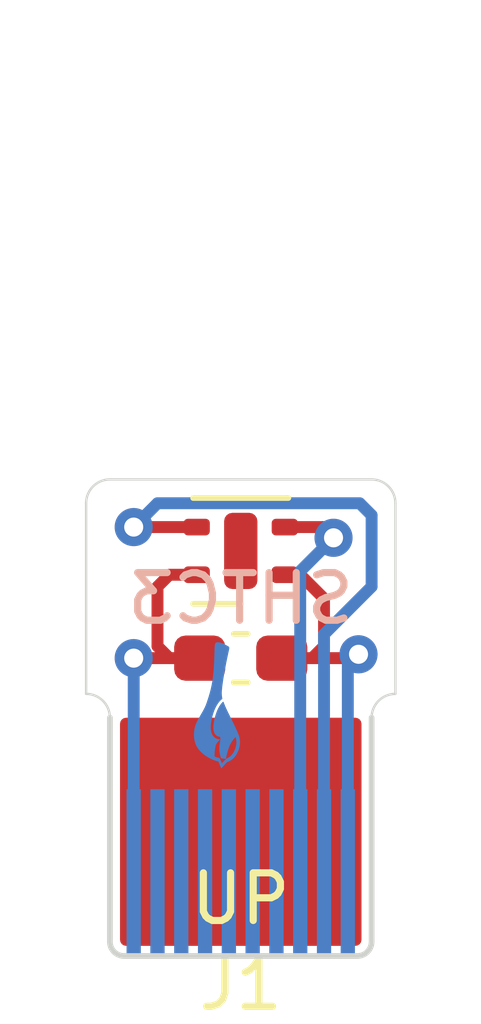
<source format=kicad_pcb>
(kicad_pcb (version 20171130) (host pcbnew 5.1.9)

  (general
    (thickness 1.6)
    (drawings 8)
    (tracks 33)
    (zones 0)
    (modules 4)
    (nets 12)
  )

  (page A4)
  (layers
    (0 F.Cu signal)
    (31 B.Cu signal)
    (32 B.Adhes user)
    (33 F.Adhes user)
    (34 B.Paste user)
    (35 F.Paste user)
    (36 B.SilkS user)
    (37 F.SilkS user)
    (38 B.Mask user)
    (39 F.Mask user)
    (40 Dwgs.User user)
    (41 Cmts.User user)
    (42 Eco1.User user)
    (43 Eco2.User user)
    (44 Edge.Cuts user)
    (45 Margin user)
    (46 B.CrtYd user)
    (47 F.CrtYd user)
    (48 B.Fab user)
    (49 F.Fab user)
  )

  (setup
    (last_trace_width 0.25)
    (trace_clearance 0.2)
    (zone_clearance 0.1524)
    (zone_45_only no)
    (trace_min 0.2)
    (via_size 0.8)
    (via_drill 0.4)
    (via_min_size 0.4)
    (via_min_drill 0.3)
    (uvia_size 0.3)
    (uvia_drill 0.1)
    (uvias_allowed no)
    (uvia_min_size 0.2)
    (uvia_min_drill 0.1)
    (edge_width 0.05)
    (segment_width 0.2)
    (pcb_text_width 0.3)
    (pcb_text_size 1.5 1.5)
    (mod_edge_width 0.12)
    (mod_text_size 1 1)
    (mod_text_width 0.15)
    (pad_size 1.524 1.524)
    (pad_drill 0.762)
    (pad_to_mask_clearance 0)
    (aux_axis_origin 0 0)
    (visible_elements FFFFFF7F)
    (pcbplotparams
      (layerselection 0x010fc_ffffffff)
      (usegerberextensions false)
      (usegerberattributes true)
      (usegerberadvancedattributes true)
      (creategerberjobfile true)
      (excludeedgelayer true)
      (linewidth 0.100000)
      (plotframeref false)
      (viasonmask false)
      (mode 1)
      (useauxorigin false)
      (hpglpennumber 1)
      (hpglpenspeed 20)
      (hpglpendiameter 15.000000)
      (psnegative false)
      (psa4output false)
      (plotreference true)
      (plotvalue true)
      (plotinvisibletext false)
      (padsonsilk false)
      (subtractmaskfromsilk false)
      (outputformat 1)
      (mirror false)
      (drillshape 1)
      (scaleselection 1)
      (outputdirectory ""))
  )

  (net 0 "")
  (net 1 /SDA)
  (net 2 /SCL)
  (net 3 "Net-(J1-Pad7)")
  (net 4 "Net-(J1-Pad6)")
  (net 5 "Net-(J1-Pad5)")
  (net 6 "Net-(J1-Pad4)")
  (net 7 "Net-(J1-Pad3)")
  (net 8 "Net-(J1-Pad2)")
  (net 9 GND)
  (net 10 +3V3)
  (net 11 "Net-(U1-Pad5)")

  (net_class Default "This is the default net class."
    (clearance 0.2)
    (trace_width 0.25)
    (via_dia 0.8)
    (via_drill 0.4)
    (uvia_dia 0.3)
    (uvia_drill 0.1)
    (add_net +3V3)
    (add_net /SCL)
    (add_net /SDA)
    (add_net GND)
    (add_net "Net-(J1-Pad2)")
    (add_net "Net-(J1-Pad3)")
    (add_net "Net-(J1-Pad4)")
    (add_net "Net-(J1-Pad5)")
    (add_net "Net-(J1-Pad6)")
    (add_net "Net-(J1-Pad7)")
    (add_net "Net-(U1-Pad5)")
  )

  (module chickadee:chickadee_1mm_fcu (layer B.Cu) (tedit 0) (tstamp 602A0B69)
    (at 128.75 119 90)
    (fp_text reference G*** (at 0 0 90) (layer B.SilkS) hide
      (effects (font (size 1.524 1.524) (thickness 0.3)) (justify mirror))
    )
    (fp_text value LOGO (at 0.75 0 90) (layer B.SilkS) hide
      (effects (font (size 1.524 1.524) (thickness 0.3)) (justify mirror))
    )
    (fp_poly (pts (xy -0.751055 0.478262) (xy -0.740197 0.47809) (xy -0.730723 0.47773) (xy -0.722118 0.477141)
      (xy -0.713865 0.47628) (xy -0.70545 0.475105) (xy -0.696354 0.473575) (xy -0.688824 0.472178)
      (xy -0.668645 0.467802) (xy -0.647697 0.462293) (xy -0.626971 0.455938) (xy -0.607454 0.449022)
      (xy -0.603553 0.447505) (xy -0.588749 0.44161) (xy -0.57422 0.435735) (xy -0.559834 0.429816)
      (xy -0.545459 0.423793) (xy -0.53096 0.417604) (xy -0.516205 0.411186) (xy -0.501061 0.404479)
      (xy -0.485395 0.397419) (xy -0.469075 0.389946) (xy -0.451967 0.381996) (xy -0.433938 0.37351)
      (xy -0.414856 0.364424) (xy -0.394588 0.354676) (xy -0.373001 0.344206) (xy -0.349961 0.33295)
      (xy -0.325337 0.320848) (xy -0.298994 0.307837) (xy -0.270801 0.293855) (xy -0.240623 0.278841)
      (xy -0.232834 0.274959) (xy -0.20683 0.262019) (xy -0.1828 0.250113) (xy -0.160573 0.239163)
      (xy -0.139975 0.229088) (xy -0.120835 0.219809) (xy -0.102979 0.211246) (xy -0.086235 0.20332)
      (xy -0.07043 0.195951) (xy -0.055393 0.189059) (xy -0.040951 0.182566) (xy -0.02693 0.17639)
      (xy -0.013159 0.170453) (xy 0.000534 0.164675) (xy 0.014324 0.158976) (xy 0.02838 0.153277)
      (xy 0.042878 0.147498) (xy 0.045892 0.146307) (xy 0.05462 0.14283) (xy 0.062601 0.139584)
      (xy 0.06956 0.136687) (xy 0.075225 0.134254) (xy 0.079322 0.132403) (xy 0.081579 0.131249)
      (xy 0.081934 0.130963) (xy 0.081281 0.129584) (xy 0.07909 0.126875) (xy 0.075635 0.123103)
      (xy 0.071192 0.118538) (xy 0.066037 0.113451) (xy 0.060445 0.108109) (xy 0.05469 0.102784)
      (xy 0.049048 0.097743) (xy 0.043794 0.093257) (xy 0.041602 0.091469) (xy 0.016105 0.072406)
      (xy -0.011573 0.054311) (xy -0.041388 0.037201) (xy -0.073297 0.021095) (xy -0.107257 0.006011)
      (xy -0.143223 -0.008033) (xy -0.181152 -0.02102) (xy -0.221001 -0.032931) (xy -0.262726 -0.043748)
      (xy -0.306283 -0.053453) (xy -0.313267 -0.054872) (xy -0.343166 -0.060463) (xy -0.371156 -0.064855)
      (xy -0.397423 -0.068061) (xy -0.422151 -0.070093) (xy -0.445525 -0.070965) (xy -0.467729 -0.070691)
      (xy -0.488949 -0.069283) (xy -0.498813 -0.068212) (xy -0.521261 -0.064581) (xy -0.541954 -0.059417)
      (xy -0.560863 -0.052737) (xy -0.577961 -0.044558) (xy -0.593218 -0.034896) (xy -0.606606 -0.023767)
      (xy -0.618098 -0.011189) (xy -0.627664 0.002822) (xy -0.63124 0.009407) (xy -0.635566 0.018965)
      (xy -0.639065 0.029004) (xy -0.641871 0.040027) (xy -0.644115 0.052536) (xy -0.645611 0.064095)
      (xy -0.646492 0.071948) (xy -0.670077 0.074004) (xy -0.677448 0.074643) (xy -0.684042 0.075209)
      (xy -0.689461 0.075667) (xy -0.693306 0.075984) (xy -0.695181 0.076127) (xy -0.695245 0.07613)
      (xy -0.696266 0.076844) (xy -0.696114 0.077357) (xy -0.696736 0.077875) (xy -0.699043 0.078007)
      (xy -0.70234 0.077811) (xy -0.705932 0.077344) (xy -0.709125 0.076664) (xy -0.710595 0.076163)
      (xy -0.712484 0.075643) (xy -0.71636 0.074799) (xy -0.721828 0.073712) (xy -0.728489 0.072458)
      (xy -0.735947 0.071116) (xy -0.73781 0.07079) (xy -0.765748 0.066159) (xy -0.79229 0.06226)
      (xy -0.818309 0.058976) (xy -0.844674 0.056191) (xy -0.852715 0.055442) (xy -0.860405 0.054896)
      (xy -0.869732 0.054473) (xy -0.880234 0.054174) (xy -0.891446 0.053999) (xy -0.902904 0.053948)
      (xy -0.914147 0.054021) (xy -0.92471 0.054219) (xy -0.93413 0.054542) (xy -0.941943 0.054989)
      (xy -0.946453 0.055405) (xy -0.971422 0.058715) (xy -0.995716 0.062791) (xy -1.019977 0.067766)
      (xy -1.044848 0.073775) (xy -1.070973 0.080952) (xy -1.076278 0.082502) (xy -1.084026 0.08483)
      (xy -1.089736 0.086663) (xy -1.093707 0.088122) (xy -1.096243 0.089327) (xy -1.097643 0.090398)
      (xy -1.098139 0.091211) (xy -1.098467 0.092964) (xy -1.099006 0.096836) (xy -1.099722 0.10254)
      (xy -1.10058 0.109789) (xy -1.101547 0.118296) (xy -1.102589 0.127772) (xy -1.103648 0.137709)
      (xy -1.10488 0.149597) (xy -1.105842 0.159286) (xy -1.10655 0.166979) (xy -1.107016 0.172878)
      (xy -1.107256 0.177189) (xy -1.107282 0.180112) (xy -1.107109 0.181853) (xy -1.10675 0.182614)
      (xy -1.106718 0.182636) (xy -1.104591 0.183421) (xy -1.101215 0.184189) (xy -1.100198 0.18436)
      (xy -1.096342 0.185056) (xy -1.090496 0.186241) (xy -1.08302 0.187834) (xy -1.074275 0.189753)
      (xy -1.06462 0.191915) (xy -1.054418 0.194239) (xy -1.044027 0.196642) (xy -1.033809 0.199043)
      (xy -1.024123 0.20136) (xy -1.015331 0.203511) (xy -1.008743 0.205168) (xy -0.973556 0.214549)
      (xy -0.940645 0.224093) (xy -0.90987 0.233848) (xy -0.881091 0.24386) (xy -0.854167 0.254177)
      (xy -0.828959 0.264846) (xy -0.824895 0.26667) (xy -0.800664 0.278482) (xy -0.775989 0.292107)
      (xy -0.751459 0.307169) (xy -0.727664 0.323292) (xy -0.705192 0.340102) (xy -0.690034 0.352531)
      (xy -0.683978 0.357798) (xy -0.677692 0.363425) (xy -0.671423 0.369174) (xy -0.665415 0.374808)
      (xy -0.659915 0.380091) (xy -0.655168 0.384786) (xy -0.65142 0.388655) (xy -0.648916 0.391462)
      (xy -0.647903 0.392969) (xy -0.647925 0.393131) (xy -0.649695 0.394005) (xy -0.653455 0.395334)
      (xy -0.65884 0.397014) (xy -0.665488 0.398936) (xy -0.673035 0.400993) (xy -0.681118 0.403078)
      (xy -0.684591 0.403938) (xy -0.708558 0.408878) (xy -0.732627 0.411967) (xy -0.757032 0.4132)
      (xy -0.782007 0.41257) (xy -0.807787 0.410072) (xy -0.834605 0.405698) (xy -0.862698 0.399443)
      (xy -0.863366 0.399276) (xy -0.891925 0.391136) (xy -0.919308 0.38139) (xy -0.945414 0.370115)
      (xy -0.970139 0.35739) (xy -0.993384 0.343295) (xy -1.015047 0.327907) (xy -1.035025 0.311306)
      (xy -1.053219 0.293571) (xy -1.069526 0.27478) (xy -1.083845 0.255012) (xy -1.096074 0.234346)
      (xy -1.106113 0.21286) (xy -1.107314 0.209852) (xy -1.111098 0.200176) (xy -1.161823 0.151899)
      (xy -1.171085 0.143077) (xy -1.17981 0.134752) (xy -1.187845 0.127072) (xy -1.195032 0.120187)
      (xy -1.201217 0.114246) (xy -1.206244 0.109399) (xy -1.209958 0.105796) (xy -1.212202 0.103584)
      (xy -1.212838 0.102913) (xy -1.211825 0.102298) (xy -1.208807 0.1008) (xy -1.203992 0.098515)
      (xy -1.197588 0.095538) (xy -1.189803 0.091966) (xy -1.180843 0.087894) (xy -1.170918 0.083418)
      (xy -1.160235 0.078633) (xy -1.15768 0.077494) (xy -1.102232 0.052782) (xy -1.096459 0.032136)
      (xy -1.09368 0.02255) (xy -1.090305 0.011471) (xy -1.086544 -0.000459) (xy -1.082605 -0.012597)
      (xy -1.078695 -0.024301) (xy -1.075024 -0.034927) (xy -1.071939 -0.043459) (xy -1.070071 -0.048152)
      (xy -1.068522 -0.051057) (xy -1.066925 -0.052708) (xy -1.064973 -0.05362) (xy -1.062469 -0.05402)
      (xy -1.057902 -0.054341) (xy -1.051625 -0.054586) (xy -1.043993 -0.054753) (xy -1.03536 -0.054845)
      (xy -1.026079 -0.054862) (xy -1.016506 -0.054804) (xy -1.006993 -0.054672) (xy -0.997896 -0.054468)
      (xy -0.989567 -0.054192) (xy -0.982362 -0.053844) (xy -0.976691 -0.053431) (xy -0.920825 -0.047387)
      (xy -0.886581 -0.042801) (xy -0.871934 -0.040594) (xy -0.859311 -0.038434) (xy -0.84832 -0.036214)
      (xy -0.838572 -0.033826) (xy -0.829675 -0.031165) (xy -0.821239 -0.028123) (xy -0.812873 -0.024592)
      (xy -0.804186 -0.020466) (xy -0.803124 -0.019936) (xy -0.783962 -0.009126) (xy -0.765171 0.003847)
      (xy -0.747066 0.018724) (xy -0.729964 0.035249) (xy -0.716319 0.05056) (xy -0.709991 0.058183)
      (xy -0.709991 0.054007) (xy -0.709644 0.048906) (xy -0.708688 0.0421) (xy -0.707244 0.034188)
      (xy -0.705437 0.025769) (xy -0.703389 0.017443) (xy -0.701225 0.00981) (xy -0.700298 0.006914)
      (xy -0.692278 -0.013452) (xy -0.682339 -0.032358) (xy -0.670511 -0.049779) (xy -0.656825 -0.065687)
      (xy -0.64131 -0.080055) (xy -0.623997 -0.092858) (xy -0.604916 -0.104068) (xy -0.584098 -0.113659)
      (xy -0.561572 -0.121604) (xy -0.551543 -0.124461) (xy -0.53363 -0.128669) (xy -0.515193 -0.13186)
      (xy -0.495797 -0.134083) (xy -0.475006 -0.135387) (xy -0.452386 -0.135823) (xy -0.451757 -0.135823)
      (xy -0.434211 -0.135614) (xy -0.417169 -0.134964) (xy -0.400234 -0.133829) (xy -0.383009 -0.132163)
      (xy -0.365099 -0.129922) (xy -0.346105 -0.127063) (xy -0.325633 -0.12354) (xy -0.303284 -0.119309)
      (xy -0.301776 -0.119012) (xy -0.259453 -0.109967) (xy -0.218482 -0.099807) (xy -0.178944 -0.088571)
      (xy -0.140924 -0.076295) (xy -0.104503 -0.063018) (xy -0.069763 -0.048776) (xy -0.036788 -0.033608)
      (xy -0.00566 -0.01755) (xy 0.023538 -0.000641) (xy 0.050725 0.017083) (xy 0.075816 0.035584)
      (xy 0.098731 0.054824) (xy 0.114905 0.070184) (xy 0.120437 0.075893) (xy 0.126094 0.081986)
      (xy 0.131319 0.087845) (xy 0.135552 0.092853) (xy 0.136676 0.094266) (xy 0.140136 0.098703)
      (xy 0.143204 0.102623) (xy 0.145471 0.105506) (xy 0.146352 0.106613) (xy 0.147293 0.107626)
      (xy 0.148435 0.108157) (xy 0.150288 0.108205) (xy 0.153363 0.107765) (xy 0.158172 0.106836)
      (xy 0.159657 0.106536) (xy 0.195236 0.100557) (xy 0.231034 0.096975) (xy 0.267112 0.095784)
      (xy 0.303528 0.096983) (xy 0.309033 0.097369) (xy 0.33794 0.099793) (xy 0.369079 0.10289)
      (xy 0.402365 0.106645) (xy 0.43771 0.111044) (xy 0.475028 0.116071) (xy 0.514232 0.121712)
      (xy 0.555236 0.127952) (xy 0.597954 0.134775) (xy 0.642299 0.142167) (xy 0.688184 0.150112)
      (xy 0.735522 0.158596) (xy 0.784229 0.167604) (xy 0.834216 0.177121) (xy 0.885397 0.187132)
      (xy 0.937686 0.197621) (xy 0.990997 0.208574) (xy 1.045242 0.219976) (xy 1.100336 0.231812)
      (xy 1.152676 0.243289) (xy 1.167931 0.246667) (xy 1.181034 0.249509) (xy 1.192203 0.251767)
      (xy 1.201653 0.253396) (xy 1.209604 0.25435) (xy 1.21627 0.254583) (xy 1.22187 0.254048)
      (xy 1.22662 0.252699) (xy 1.230737 0.25049) (xy 1.234439 0.247376) (xy 1.237943 0.243309)
      (xy 1.241464 0.238245) (xy 1.245221 0.232136) (xy 1.249431 0.224936) (xy 1.250898 0.222413)
      (xy 1.263676 0.199861) (xy 1.275653 0.17749) (xy 1.286693 0.155584) (xy 1.296661 0.134429)
      (xy 1.305422 0.114311) (xy 1.31284 0.095514) (xy 1.317593 0.081991) (xy 1.322894 0.064021)
      (xy 1.326568 0.047251) (xy 1.328625 0.03176) (xy 1.329075 0.017625) (xy 1.327926 0.004925)
      (xy 1.325189 -0.006261) (xy 1.320872 -0.015856) (xy 1.314984 -0.023781) (xy 1.307537 -0.029958)
      (xy 1.303928 -0.032021) (xy 1.300454 -0.033653) (xy 1.296665 -0.035151) (xy 1.292439 -0.036525)
      (xy 1.287653 -0.037786) (xy 1.282186 -0.038942) (xy 1.275913 -0.040003) (xy 1.268713 -0.04098)
      (xy 1.260463 -0.04188) (xy 1.251042 -0.042715) (xy 1.240325 -0.043494) (xy 1.228191 -0.044227)
      (xy 1.214517 -0.044922) (xy 1.199181 -0.04559) (xy 1.18206 -0.046241) (xy 1.163032 -0.046884)
      (xy 1.141974 -0.047529) (xy 1.118764 -0.048185) (xy 1.093279 -0.048862) (xy 1.088571 -0.048983)
      (xy 1.046716 -0.050128) (xy 1.007089 -0.051355) (xy 0.969499 -0.052676) (xy 0.933756 -0.054101)
      (xy 0.89967 -0.05564) (xy 0.867049 -0.057304) (xy 0.835705 -0.059104) (xy 0.805446 -0.06105)
      (xy 0.776082 -0.063153) (xy 0.747423 -0.065423) (xy 0.719279 -0.06787) (xy 0.691458 -0.070505)
      (xy 0.682171 -0.071433) (xy 0.638046 -0.076175) (xy 0.595372 -0.081351) (xy 0.553893 -0.087019)
      (xy 0.513353 -0.093237) (xy 0.473495 -0.100063) (xy 0.434062 -0.107556) (xy 0.394799 -0.115773)
      (xy 0.355447 -0.124772) (xy 0.315751 -0.134612) (xy 0.275454 -0.145351) (xy 0.234299 -0.157047)
      (xy 0.192031 -0.169758) (xy 0.148391 -0.183541) (xy 0.103124 -0.198456) (xy 0.067128 -0.210703)
      (xy 0.050033 -0.216706) (xy 0.033737 -0.22268) (xy 0.018009 -0.228737) (xy 0.00262 -0.234985)
      (xy -0.012659 -0.241535) (xy -0.028057 -0.248495) (xy -0.043805 -0.255977) (xy -0.060132 -0.26409)
      (xy -0.077267 -0.272943) (xy -0.09544 -0.282647) (xy -0.114881 -0.293311) (xy -0.135818 -0.305046)
      (xy -0.158481 -0.31796) (xy -0.165705 -0.322112) (xy -0.185804 -0.333676) (xy -0.203965 -0.344109)
      (xy -0.220343 -0.353494) (xy -0.23509 -0.361917) (xy -0.248361 -0.369461) (xy -0.260307 -0.376212)
      (xy -0.271084 -0.382255) (xy -0.280845 -0.387673) (xy -0.289742 -0.392552) (xy -0.29793 -0.396976)
      (xy -0.305562 -0.40103) (xy -0.312792 -0.404799) (xy -0.319772 -0.408367) (xy -0.326657 -0.411818)
      (xy -0.333599 -0.415239) (xy -0.340753 -0.418712) (xy -0.341381 -0.419015) (xy -0.364503 -0.429794)
      (xy -0.386315 -0.439138) (xy -0.407286 -0.447182) (xy -0.427889 -0.454061) (xy -0.448591 -0.459909)
      (xy -0.469865 -0.464861) (xy -0.492181 -0.46905) (xy -0.516008 -0.472613) (xy -0.538238 -0.475296)
      (xy -0.552291 -0.476585) (xy -0.568044 -0.4776) (xy -0.584792 -0.478321) (xy -0.60183 -0.478731)
      (xy -0.618453 -0.478811) (xy -0.633956 -0.478541) (xy -0.644072 -0.478117) (xy -0.671345 -0.475839)
      (xy -0.69893 -0.472026) (xy -0.726419 -0.46678) (xy -0.753406 -0.460204) (xy -0.779482 -0.4524)
      (xy -0.804241 -0.44347) (xy -0.827275 -0.433518) (xy -0.833483 -0.4305) (xy -0.861248 -0.415327)
      (xy -0.88841 -0.397854) (xy -0.914921 -0.378135) (xy -0.940733 -0.356223) (xy -0.965799 -0.332172)
      (xy -0.990071 -0.306038) (xy -1.0135 -0.277873) (xy -1.036038 -0.247732) (xy -1.057639 -0.215669)
      (xy -1.078253 -0.181738) (xy -1.097833 -0.145993) (xy -1.113293 -0.114926) (xy -1.11958 -0.101241)
      (xy -1.125622 -0.087059) (xy -1.131591 -0.071936) (xy -1.137662 -0.05543) (xy -1.144008 -0.037098)
      (xy -1.145498 -0.032657) (xy -1.148127 -0.024618) (xy -1.150906 -0.015845) (xy -1.153712 -0.006745)
      (xy -1.156426 0.002272) (xy -1.158926 0.010798) (xy -1.161091 0.018422) (xy -1.162802 0.024738)
      (xy -1.163936 0.029335) (xy -1.164214 0.030666) (xy -1.164957 0.03463) (xy -1.235111 0.062939)
      (xy -1.247447 0.067926) (xy -1.259106 0.072657) (xy -1.269898 0.077052) (xy -1.27963 0.081033)
      (xy -1.28811 0.084521) (xy -1.295147 0.087438) (xy -1.300548 0.089703) (xy -1.304123 0.091238)
      (xy -1.30568 0.091965) (xy -1.305731 0.092004) (xy -1.304928 0.092912) (xy -1.302459 0.095297)
      (xy -1.298465 0.09903) (xy -1.293088 0.103981) (xy -1.28647 0.11002) (xy -1.278753 0.117019)
      (xy -1.27008 0.124849) (xy -1.260592 0.133379) (xy -1.250432 0.142481) (xy -1.241731 0.150251)
      (xy -1.229382 0.161267) (xy -1.218715 0.170796) (xy -1.209601 0.17896) (xy -1.201915 0.185881)
      (xy -1.19553 0.191679) (xy -1.19032 0.196477) (xy -1.186157 0.200396) (xy -1.182916 0.203557)
      (xy -1.180469 0.206081) (xy -1.178691 0.20809) (xy -1.177454 0.209706) (xy -1.176632 0.21105)
      (xy -1.176099 0.212243) (xy -1.175728 0.213407) (xy -1.175665 0.213635) (xy -1.173467 0.220681)
      (xy -1.170347 0.229235) (xy -1.166551 0.238692) (xy -1.162329 0.248443) (xy -1.15793 0.257883)
      (xy -1.155669 0.262439) (xy -1.144544 0.282396) (xy -1.13178 0.301639) (xy -1.117143 0.320486)
      (xy -1.100401 0.339256) (xy -1.095894 0.343938) (xy -1.076863 0.362294) (xy -1.057224 0.378917)
      (xy -1.036565 0.394104) (xy -1.014474 0.408152) (xy -0.990538 0.421359) (xy -0.983343 0.424999)
      (xy -0.96001 0.435927) (xy -0.936691 0.44547) (xy -0.912965 0.453758) (xy -0.888409 0.460917)
      (xy -0.862604 0.467077) (xy -0.835128 0.472366) (xy -0.819196 0.474942) (xy -0.812395 0.475943)
      (xy -0.806454 0.47672) (xy -0.800894 0.477302) (xy -0.795236 0.477717) (xy -0.789003 0.477995)
      (xy -0.781715 0.478164) (xy -0.772895 0.478254) (xy -0.763815 0.478289) (xy -0.751055 0.478262)) (layer B.Cu) (width 0.01))
    (fp_poly (pts (xy -0.740218 0.506365) (xy -0.727246 0.505756) (xy -0.714938 0.504703) (xy -0.702716 0.50316)
      (xy -0.690001 0.501082) (xy -0.681416 0.499466) (xy -0.668742 0.496844) (xy -0.656651 0.494038)
      (xy -0.644785 0.490934) (xy -0.632786 0.487418) (xy -0.620294 0.483375) (xy -0.606953 0.478691)
      (xy -0.592402 0.473251) (xy -0.576284 0.466941) (xy -0.56409 0.462032) (xy -0.5479 0.455381)
      (xy -0.531464 0.448477) (xy -0.514643 0.441253) (xy -0.497298 0.433646) (xy -0.479292 0.42559)
      (xy -0.460485 0.417021) (xy -0.440738 0.407873) (xy -0.419914 0.398081) (xy -0.397874 0.38758)
      (xy -0.374478 0.376306) (xy -0.349589 0.364193) (xy -0.323068 0.351176) (xy -0.294776 0.337191)
      (xy -0.264575 0.322172) (xy -0.244771 0.312282) (xy -0.216755 0.298298) (xy -0.190721 0.285361)
      (xy -0.166506 0.273396) (xy -0.143949 0.262329) (xy -0.122888 0.252085) (xy -0.103161 0.242591)
      (xy -0.084605 0.233772) (xy -0.06706 0.225553) (xy -0.050362 0.21786) (xy -0.034351 0.210619)
      (xy -0.018864 0.203756) (xy -0.003738 0.197195) (xy 0.011187 0.190863) (xy 0.026074 0.184686)
      (xy 0.041084 0.178588) (xy 0.05638 0.172496) (xy 0.072124 0.166335) (xy 0.078014 0.164054)
      (xy 0.086239 0.16087) (xy 0.093878 0.157898) (xy 0.100592 0.15527) (xy 0.106042 0.153121)
      (xy 0.10989 0.151582) (xy 0.111739 0.150813) (xy 0.115226 0.14925) (xy 0.106187 0.138427)
      (xy 0.091936 0.122587) (xy 0.075546 0.106554) (xy 0.057264 0.090517) (xy 0.03734 0.074664)
      (xy 0.016022 0.059185) (xy -0.006442 0.044268) (xy -0.029801 0.030102) (xy -0.053808 0.016876)
      (xy -0.054429 0.016551) (xy -0.085769 0.001162) (xy -0.119063 -0.013354) (xy -0.153971 -0.026898)
      (xy -0.190155 -0.03937) (xy -0.227276 -0.050672) (xy -0.264996 -0.060705) (xy -0.302977 -0.069369)
      (xy -0.340879 -0.076567) (xy -0.378365 -0.082198) (xy -0.401562 -0.084891) (xy -0.408439 -0.085432)
      (xy -0.417079 -0.085856) (xy -0.427032 -0.086164) (xy -0.437848 -0.086356) (xy -0.449077 -0.086432)
      (xy -0.460268 -0.086392) (xy -0.470971 -0.086235) (xy -0.480737 -0.085962) (xy -0.489114 -0.085572)
      (xy -0.495654 -0.085066) (xy -0.497115 -0.084901) (xy -0.521178 -0.08105) (xy -0.543361 -0.075721)
      (xy -0.563654 -0.068916) (xy -0.582044 -0.06064) (xy -0.598522 -0.050896) (xy -0.604822 -0.046404)
      (xy -0.618758 -0.034555) (xy -0.630647 -0.021498) (xy -0.640609 -0.007068) (xy -0.648764 0.008901)
      (xy -0.652863 0.019352) (xy -0.656022 0.029007) (xy -0.658281 0.037785) (xy -0.659761 0.046453)
      (xy -0.660585 0.055776) (xy -0.660874 0.06652) (xy -0.660876 0.069704) (xy -0.660808 0.089212)
      (xy -0.668705 0.090022) (xy -0.676603 0.090831) (xy -0.685132 0.085027) (xy -0.693662 0.079224)
      (xy -0.694015 0.067733) (xy -0.693479 0.051628) (xy -0.691017 0.034785) (xy -0.686778 0.017706)
      (xy -0.680911 0.000896) (xy -0.673565 -0.015142) (xy -0.665172 -0.029481) (xy -0.652904 -0.045887)
      (xy -0.638847 -0.060669) (xy -0.623008 -0.073824) (xy -0.605394 -0.085348) (xy -0.586013 -0.095238)
      (xy -0.56487 -0.103489) (xy -0.541975 -0.110098) (xy -0.517333 -0.115063) (xy -0.490951 -0.118378)
      (xy -0.487918 -0.118644) (xy -0.478325 -0.11922) (xy -0.466867 -0.119531) (xy -0.454084 -0.11959)
      (xy -0.440513 -0.11941) (xy -0.426694 -0.119005) (xy -0.413164 -0.118386) (xy -0.400463 -0.117567)
      (xy -0.389129 -0.116562) (xy -0.385652 -0.116176) (xy -0.347121 -0.110836) (xy -0.30805 -0.103876)
      (xy -0.268821 -0.095403) (xy -0.229814 -0.085524) (xy -0.191411 -0.074345) (xy -0.153991 -0.061972)
      (xy -0.117937 -0.048512) (xy -0.083629 -0.03407) (xy -0.071241 -0.0284) (xy -0.041296 -0.013587)
      (xy -0.012555 0.002198) (xy 0.014822 0.018839) (xy 0.040677 0.03622) (xy 0.064854 0.054226)
      (xy 0.087192 0.072741) (xy 0.107535 0.091649) (xy 0.125724 0.110834) (xy 0.136583 0.123731)
      (xy 0.141664 0.129921) (xy 0.14549 0.134197) (xy 0.148154 0.136652) (xy 0.149746 0.13738)
      (xy 0.149865 0.137358) (xy 0.154862 0.13611) (xy 0.161873 0.134695) (xy 0.170501 0.13317)
      (xy 0.180352 0.131591) (xy 0.191031 0.130016) (xy 0.202141 0.128502) (xy 0.213288 0.127106)
      (xy 0.224076 0.125885) (xy 0.23411 0.124896) (xy 0.238881 0.124494) (xy 0.249255 0.123899)
      (xy 0.260746 0.123665) (xy 0.273504 0.123803) (xy 0.287683 0.124321) (xy 0.303434 0.125229)
      (xy 0.320911 0.126536) (xy 0.340265 0.12825) (xy 0.36165 0.130382) (xy 0.385216 0.132941)
      (xy 0.39249 0.133765) (xy 0.426067 0.137815) (xy 0.461866 0.142542) (xy 0.499791 0.147928)
      (xy 0.539748 0.153956) (xy 0.581641 0.160608) (xy 0.625375 0.167868) (xy 0.670854 0.175717)
      (xy 0.717983 0.184139) (xy 0.766666 0.193116) (xy 0.816809 0.20263) (xy 0.868316 0.212665)
      (xy 0.921091 0.223203) (xy 0.97504 0.234227) (xy 1.030066 0.245718) (xy 1.086076 0.257661)
      (xy 1.142972 0.270037) (xy 1.152676 0.272172) (xy 1.163487 0.274537) (xy 1.173796 0.276759)
      (xy 1.183312 0.278778) (xy 1.191742 0.280533) (xy 1.198794 0.281963) (xy 1.204178 0.283009)
      (xy 1.207601 0.28361) (xy 1.208314 0.283708) (xy 1.217701 0.283679) (xy 1.227633 0.281761)
      (xy 1.237487 0.278181) (xy 1.246639 0.273167) (xy 1.254467 0.266949) (xy 1.254712 0.26671)
      (xy 1.2584 0.262472) (xy 1.262934 0.256257) (xy 1.268185 0.248303) (xy 1.274022 0.238847)
      (xy 1.280315 0.228126) (xy 1.286935 0.216377) (xy 1.293752 0.203836) (xy 1.300636 0.190741)
      (xy 1.307456 0.17733) (xy 1.314084 0.163838) (xy 1.32039 0.150504) (xy 1.326242 0.137563)
      (xy 1.329236 0.130667) (xy 1.338657 0.107031) (xy 1.346158 0.08477) (xy 1.351736 0.063898)
      (xy 1.355389 0.044425) (xy 1.357117 0.026362) (xy 1.356916 0.00972) (xy 1.354787 -0.005488)
      (xy 1.350961 -0.018636) (xy 1.347676 -0.025583) (xy 1.343025 -0.033096) (xy 1.337609 -0.040329)
      (xy 1.332025 -0.046437) (xy 1.329973 -0.048295) (xy 1.324697 -0.052378) (xy 1.318999 -0.055984)
      (xy 1.312693 -0.059149) (xy 1.305592 -0.061911) (xy 1.29751 -0.064308) (xy 1.28826 -0.066378)
      (xy 1.277656 -0.068158) (xy 1.265511 -0.069686) (xy 1.251638 -0.071001) (xy 1.235851 -0.072139)
      (xy 1.217964 -0.073138) (xy 1.204081 -0.073777) (xy 1.197302 -0.074044) (xy 1.188447 -0.074357)
      (xy 1.177857 -0.074707) (xy 1.165873 -0.075084) (xy 1.152838 -0.075475) (xy 1.139094 -0.075872)
      (xy 1.124981 -0.076264) (xy 1.110842 -0.07664) (xy 1.10369 -0.076824) (xy 1.067359 -0.077782)
      (xy 1.033242 -0.078764) (xy 1.001133 -0.079779) (xy 0.970826 -0.080837) (xy 0.942116 -0.081948)
      (xy 0.914798 -0.083123) (xy 0.888666 -0.084372) (xy 0.863515 -0.085705) (xy 0.839139 -0.087131)
      (xy 0.815333 -0.088661) (xy 0.791891 -0.090305) (xy 0.768608 -0.092073) (xy 0.745278 -0.093976)
      (xy 0.732971 -0.095029) (xy 0.680717 -0.099937) (xy 0.630485 -0.105429) (xy 0.581936 -0.111574)
      (xy 0.53473 -0.118444) (xy 0.488526 -0.126107) (xy 0.442986 -0.134635) (xy 0.397768 -0.144097)
      (xy 0.352533 -0.154564) (xy 0.306941 -0.166105) (xy 0.260651 -0.178791) (xy 0.213325 -0.192692)
      (xy 0.164622 -0.207878) (xy 0.127605 -0.219948) (xy 0.108181 -0.226428) (xy 0.090206 -0.232519)
      (xy 0.073482 -0.238313) (xy 0.057815 -0.243901) (xy 0.043007 -0.249374) (xy 0.028863 -0.254823)
      (xy 0.015187 -0.260341) (xy 0.001782 -0.266017) (xy -0.011546 -0.271944) (xy -0.024995 -0.278212)
      (xy -0.03876 -0.284913) (xy -0.053037 -0.292138) (xy -0.068022 -0.299979) (xy -0.083912 -0.308526)
      (xy -0.100902 -0.317871) (xy -0.119188 -0.328106) (xy -0.138967 -0.33932) (xy -0.160434 -0.351606)
      (xy -0.182638 -0.364394) (xy -0.199847 -0.374312) (xy -0.215197 -0.383126) (xy -0.228913 -0.390959)
      (xy -0.241219 -0.397936) (xy -0.252341 -0.404181) (xy -0.262504 -0.409818) (xy -0.271932 -0.41497)
      (xy -0.280851 -0.419762) (xy -0.289485 -0.424318) (xy -0.298059 -0.428761) (xy -0.306798 -0.433216)
      (xy -0.314476 -0.437081) (xy -0.336871 -0.448025) (xy -0.357712 -0.457612) (xy -0.377359 -0.465965)
      (xy -0.396171 -0.473207) (xy -0.414507 -0.479463) (xy -0.432725 -0.484858) (xy -0.451186 -0.489514)
      (xy -0.470246 -0.493555) (xy -0.486523 -0.496489) (xy -0.506846 -0.499706) (xy -0.525561 -0.502234)
      (xy -0.543361 -0.504129) (xy -0.56094 -0.505448) (xy -0.57899 -0.506246) (xy -0.598206 -0.506579)
      (xy -0.611415 -0.506574) (xy -0.620531 -0.506506) (xy -0.629117 -0.506417) (xy -0.636799 -0.506315)
      (xy -0.643201 -0.506203) (xy -0.647949 -0.506089) (xy -0.650667 -0.505977) (xy -0.650724 -0.505973)
      (xy -0.68194 -0.502882) (xy -0.712732 -0.498204) (xy -0.742805 -0.492014) (xy -0.771868 -0.484388)
      (xy -0.799627 -0.4754) (xy -0.825787 -0.465126) (xy -0.845557 -0.455937) (xy -0.874986 -0.439858)
      (xy -0.903658 -0.421501) (xy -0.931547 -0.400894) (xy -0.958627 -0.378065) (xy -0.984871 -0.353043)
      (xy -1.010253 -0.325855) (xy -1.034748 -0.29653) (xy -1.058329 -0.265096) (xy -1.08097 -0.23158)
      (xy -1.102645 -0.196012) (xy -1.123328 -0.158418) (xy -1.124812 -0.15557) (xy -1.1375 -0.129851)
      (xy -1.149333 -0.103196) (xy -1.160434 -0.075284) (xy -1.170927 -0.045797) (xy -1.180933 -0.014413)
      (xy -1.186591 0.004883) (xy -1.189185 0.013999) (xy -1.273438 0.047985) (xy -1.286973 0.053462)
      (xy -1.299836 0.0587) (xy -1.311852 0.063627) (xy -1.322848 0.068169) (xy -1.332651 0.072255)
      (xy -1.341087 0.07581) (xy -1.347981 0.078763) (xy -1.353162 0.081041) (xy -1.356455 0.082571)
      (xy -1.357686 0.08328) (xy -1.357691 0.083296) (xy -1.356808 0.084282) (xy -1.354247 0.086755)
      (xy -1.350138 0.090596) (xy -1.344613 0.095686) (xy -1.337802 0.101906) (xy -1.329837 0.109136)
      (xy -1.320848 0.117259) (xy -1.310966 0.126155) (xy -1.300322 0.135705) (xy -1.289047 0.145791)
      (xy -1.280281 0.153612) (xy -1.202872 0.222603) (xy -1.197942 0.236221) (xy -1.188227 0.260247)
      (xy -1.176828 0.283185) (xy -1.163605 0.305244) (xy -1.148419 0.326632) (xy -1.131131 0.347559)
      (xy -1.1116 0.368232) (xy -1.105981 0.373743) (xy -1.082901 0.394375) (xy -1.058013 0.413466)
      (xy -1.031406 0.430968) (xy -1.003171 0.446838) (xy -0.973399 0.46103) (xy -0.942181 0.473498)
      (xy -0.909608 0.484198) (xy -0.87577 0.493083) (xy -0.859972 0.496514) (xy -0.84475 0.499475)
      (xy -0.831131 0.501797) (xy -0.818407 0.503556) (xy -0.805872 0.504833) (xy -0.792818 0.505704)
      (xy -0.778538 0.50625) (xy -0.770467 0.506429) (xy -0.754432 0.506574) (xy -0.740218 0.506365)) (layer B.Mask) (width 0.01))
  )

  (module Sensor_Humidity:Sensirion_DFN-4-1EP_2x2mm_P1mm_EP0.7x1.6mm (layer F.Cu) (tedit 5DC7035C) (tstamp 602A09FB)
    (at 129.25 115.75 180)
    (descr "DFN, 4 Pin (https://www.sensirion.com/fileadmin/user_upload/customers/sensirion/Dokumente/0_Datasheets/Humidity/Sensirion_Humidity_Sensors_SHTC3_Datasheet.pdf)")
    (tags "Sensirion DFN NoLead")
    (path /6043AF67)
    (attr smd)
    (fp_text reference U1 (at 0 -1.95) (layer F.SilkS) hide
      (effects (font (size 1 1) (thickness 0.15)))
    )
    (fp_text value SHTC3 (at 0 1.95) (layer F.Fab)
      (effects (font (size 1 1) (thickness 0.15)))
    )
    (fp_text user %R (at 0 0) (layer F.Fab)
      (effects (font (size 0.5 0.5) (thickness 0.08)))
    )
    (fp_line (start 0 -1.11) (end 1 -1.11) (layer F.SilkS) (width 0.12))
    (fp_line (start -1 1.11) (end 1 1.11) (layer F.SilkS) (width 0.12))
    (fp_line (start -0.5 -1) (end 1 -1) (layer F.Fab) (width 0.1))
    (fp_line (start 1 -1) (end 1 1) (layer F.Fab) (width 0.1))
    (fp_line (start 1 1) (end -1 1) (layer F.Fab) (width 0.1))
    (fp_line (start -1 1) (end -1 -0.5) (layer F.Fab) (width 0.1))
    (fp_line (start -1 -0.5) (end -0.5 -1) (layer F.Fab) (width 0.1))
    (fp_line (start -1.45 -1.25) (end -1.45 1.25) (layer F.CrtYd) (width 0.05))
    (fp_line (start -1.45 1.25) (end 1.45 1.25) (layer F.CrtYd) (width 0.05))
    (fp_line (start 1.45 1.25) (end 1.45 -1.25) (layer F.CrtYd) (width 0.05))
    (fp_line (start 1.45 -1.25) (end -1.45 -1.25) (layer F.CrtYd) (width 0.05))
    (pad "" smd roundrect (at 0 0 180) (size 0.5 1.4) (layers F.Paste) (roundrect_rratio 0.25))
    (pad "" smd roundrect (at 1.025 -0.5) (size 0.55 0.35) (layers F.Paste) (roundrect_rratio 0.25))
    (pad "" smd roundrect (at 1.025 0.5) (size 0.55 0.35) (layers F.Paste) (roundrect_rratio 0.25))
    (pad "" smd roundrect (at -1.025 0.5 180) (size 0.55 0.35) (layers F.Paste) (roundrect_rratio 0.25))
    (pad "" smd roundrect (at -1.025 -0.5 180) (size 0.55 0.35) (layers F.Paste) (roundrect_rratio 0.25))
    (pad 5 smd roundrect (at 0 0 180) (size 0.7 1.6) (layers F.Cu F.Mask) (roundrect_rratio 0.25)
      (net 11 "Net-(U1-Pad5)"))
    (pad 4 smd roundrect (at 0.925 -0.5 180) (size 0.55 0.35) (layers F.Cu F.Mask) (roundrect_rratio 0.25)
      (net 9 GND))
    (pad 3 smd roundrect (at 0.925 0.5 180) (size 0.55 0.35) (layers F.Cu F.Mask) (roundrect_rratio 0.25)
      (net 1 /SDA))
    (pad 2 smd roundrect (at -0.925 0.5 180) (size 0.55 0.35) (layers F.Cu F.Mask) (roundrect_rratio 0.25)
      (net 2 /SCL))
    (pad 1 smd roundrect (at -0.925 -0.5 180) (size 0.55 0.35) (layers F.Cu F.Mask) (roundrect_rratio 0.25)
      (net 10 +3V3))
    (model ${KISYS3DMOD}/Sensor_Humidity.3dshapes/Sensirion_DFN-4-1EP_2x2mm_P1mm_EP0.7x1.6mm.wrl
      (at (xyz 0 0 0))
      (scale (xyz 1 1 1))
      (rotate (xyz 0 0 0))
    )
  )

  (module 10posFPC:10pins-flex (layer F.Cu) (tedit 6028A0C3) (tstamp 602A053A)
    (at 129.25 124.25)
    (path /60439FEB)
    (attr smd)
    (fp_text reference J1 (at 0 0.6) (layer F.SilkS)
      (effects (font (size 1 1) (thickness 0.15)))
    )
    (fp_text value 10POSFPC (at 0 -2.75) (layer F.Fab)
      (effects (font (size 1 1) (thickness 0.15)))
    )
    (fp_text user 15mm (at 0 -19.05) (layer Dwgs.User)
      (effects (font (size 1 1) (thickness 0.15)))
    )
    (fp_text user 5mm (at -0.05 -9.2) (layer Dwgs.User)
      (effects (font (size 1 1) (thickness 0.15)))
    )
    (fp_text user 10mm (at -0.05 -14.15) (layer Dwgs.User)
      (effects (font (size 1 1) (thickness 0.15)))
    )
    (fp_text user "Copper Fill" (at 0 -4.25) (layer Cmts.User)
      (effects (font (size 1 1) (thickness 0.15)))
    )
    (fp_text user UP (at 0 -1.2) (layer F.SilkS)
      (effects (font (size 1 1) (thickness 0.15)))
    )
    (fp_arc (start -2.45 -0.3) (end -2.75 -0.3) (angle -90) (layer Edge.Cuts) (width 0.12))
    (fp_arc (start 2.45 -0.3) (end 2.45 0) (angle -90) (layer Edge.Cuts) (width 0.12))
    (fp_line (start -2.75 -20) (end 2.75 -20) (layer Dwgs.User) (width 0.12))
    (fp_line (start -2.75 -15) (end 2.75 -15) (layer Dwgs.User) (width 0.12))
    (fp_line (start -2.75 -10) (end 2.75 -10) (layer Dwgs.User) (width 0.12))
    (fp_line (start -2.45 0) (end 2.45 0) (layer Edge.Cuts) (width 0.12))
    (fp_line (start -2.75 -0.3) (end -2.75 -5) (layer Edge.Cuts) (width 0.12))
    (fp_line (start 2.75 -0.3) (end 2.75 -5) (layer Edge.Cuts) (width 0.12))
    (fp_line (start -2.75 -5) (end 2.75 -5) (layer Dwgs.User) (width 0.12))
    (fp_line (start 5 -20) (end 5 -5) (layer Dwgs.User) (width 0.12))
    (fp_line (start 5 -5) (end 2.75 -5) (layer Dwgs.User) (width 0.12))
    (fp_line (start 2.75 -20) (end 5 -20) (layer Dwgs.User) (width 0.12))
    (fp_line (start -2.75 -20) (end -5 -20) (layer Dwgs.User) (width 0.12))
    (fp_line (start -5 -20) (end -5 -5) (layer Dwgs.User) (width 0.12))
    (fp_line (start -5 -5) (end -2.75 -5) (layer Dwgs.User) (width 0.12))
    (pad 9 smd rect (at 1.75 -1.75) (size 0.3 3.5) (layers B.Cu B.Paste B.Mask)
      (net 1 /SDA))
    (pad 8 smd rect (at 1.25 -1.75) (size 0.3 3.5) (layers B.Cu B.Paste B.Mask)
      (net 2 /SCL))
    (pad 7 smd rect (at 0.75 -1.75) (size 0.3 3.5) (layers B.Cu B.Paste B.Mask)
      (net 3 "Net-(J1-Pad7)"))
    (pad 6 smd rect (at 0.25 -1.75) (size 0.3 3.5) (layers B.Cu B.Paste B.Mask)
      (net 4 "Net-(J1-Pad6)"))
    (pad 5 smd rect (at -0.25 -1.75) (size 0.3 3.5) (layers B.Cu B.Paste B.Mask)
      (net 5 "Net-(J1-Pad5)"))
    (pad 4 smd rect (at -0.75 -1.75) (size 0.3 3.5) (layers B.Cu B.Paste B.Mask)
      (net 6 "Net-(J1-Pad4)"))
    (pad 3 smd rect (at -1.25 -1.75) (size 0.3 3.5) (layers B.Cu B.Paste B.Mask)
      (net 7 "Net-(J1-Pad3)"))
    (pad 2 smd rect (at -1.75 -1.75) (size 0.3 3.5) (layers B.Cu B.Paste B.Mask)
      (net 8 "Net-(J1-Pad2)"))
    (pad 1 smd rect (at -2.25 -1.75) (size 0.3 3.5) (layers B.Cu B.Paste B.Mask)
      (net 9 GND))
    (pad 10 smd rect (at 2.25 -1.75) (size 0.3 3.5) (layers B.Cu B.Paste B.Mask)
      (net 10 +3V3))
  )

  (module Capacitor_SMD:C_0603_1608Metric_Pad1.08x0.95mm_HandSolder (layer F.Cu) (tedit 5F68FEEF) (tstamp 602A0518)
    (at 129.25 118 180)
    (descr "Capacitor SMD 0603 (1608 Metric), square (rectangular) end terminal, IPC_7351 nominal with elongated pad for handsoldering. (Body size source: IPC-SM-782 page 76, https://www.pcb-3d.com/wordpress/wp-content/uploads/ipc-sm-782a_amendment_1_and_2.pdf), generated with kicad-footprint-generator")
    (tags "capacitor handsolder")
    (path /6043AB13)
    (attr smd)
    (fp_text reference C1 (at 0 -1.43) (layer F.SilkS) hide
      (effects (font (size 1 1) (thickness 0.15)))
    )
    (fp_text value 0.1uF (at 0 1.43) (layer F.Fab)
      (effects (font (size 1 1) (thickness 0.15)))
    )
    (fp_text user %R (at 0 0) (layer F.Fab)
      (effects (font (size 0.4 0.4) (thickness 0.06)))
    )
    (fp_line (start -0.8 0.4) (end -0.8 -0.4) (layer F.Fab) (width 0.1))
    (fp_line (start -0.8 -0.4) (end 0.8 -0.4) (layer F.Fab) (width 0.1))
    (fp_line (start 0.8 -0.4) (end 0.8 0.4) (layer F.Fab) (width 0.1))
    (fp_line (start 0.8 0.4) (end -0.8 0.4) (layer F.Fab) (width 0.1))
    (fp_line (start -0.146267 -0.51) (end 0.146267 -0.51) (layer F.SilkS) (width 0.12))
    (fp_line (start -0.146267 0.51) (end 0.146267 0.51) (layer F.SilkS) (width 0.12))
    (fp_line (start -1.65 0.73) (end -1.65 -0.73) (layer F.CrtYd) (width 0.05))
    (fp_line (start -1.65 -0.73) (end 1.65 -0.73) (layer F.CrtYd) (width 0.05))
    (fp_line (start 1.65 -0.73) (end 1.65 0.73) (layer F.CrtYd) (width 0.05))
    (fp_line (start 1.65 0.73) (end -1.65 0.73) (layer F.CrtYd) (width 0.05))
    (pad 2 smd roundrect (at 0.8625 0 180) (size 1.075 0.95) (layers F.Cu F.Paste F.Mask) (roundrect_rratio 0.25)
      (net 9 GND))
    (pad 1 smd roundrect (at -0.8625 0 180) (size 1.075 0.95) (layers F.Cu F.Paste F.Mask) (roundrect_rratio 0.25)
      (net 10 +3V3))
    (model ${KISYS3DMOD}/Capacitor_SMD.3dshapes/C_0603_1608Metric.wrl
      (at (xyz 0 0 0))
      (scale (xyz 1 1 1))
      (rotate (xyz 0 0 0))
    )
  )

  (gr_text SHTC3 (at 129.25 116.75) (layer B.SilkS)
    (effects (font (size 1 1) (thickness 0.15)) (justify mirror))
  )
  (gr_arc (start 126.5 114.75) (end 126.5 114.25) (angle -90) (layer Edge.Cuts) (width 0.05))
  (gr_arc (start 132 114.75) (end 132.5 114.75) (angle -90) (layer Edge.Cuts) (width 0.05))
  (gr_line (start 126 114.75) (end 126 118.75) (layer Edge.Cuts) (width 0.05) (tstamp 602A097A))
  (gr_line (start 132 114.25) (end 126.5 114.25) (layer Edge.Cuts) (width 0.05))
  (gr_line (start 132.5 118.75) (end 132.5 114.75) (layer Edge.Cuts) (width 0.05))
  (gr_arc (start 126 119.25) (end 126.5 119.25) (angle -90) (layer Edge.Cuts) (width 0.05))
  (gr_arc (start 132.5 119.25) (end 132.5 118.75) (angle -90) (layer Edge.Cuts) (width 0.05))

  (segment (start 131 122.5) (end 131 117.5) (width 0.25) (layer B.Cu) (net 1))
  (segment (start 131 117.5) (end 132 116.5) (width 0.25) (layer B.Cu) (net 1))
  (segment (start 132 116.5) (end 132 115) (width 0.25) (layer B.Cu) (net 1))
  (segment (start 132 115) (end 131.75 114.75) (width 0.25) (layer B.Cu) (net 1))
  (via (at 127 115.25) (size 0.8) (drill 0.4) (layers F.Cu B.Cu) (net 1))
  (segment (start 127.5 114.75) (end 127 115.25) (width 0.25) (layer B.Cu) (net 1))
  (segment (start 131.75 114.75) (end 127.5 114.75) (width 0.25) (layer B.Cu) (net 1))
  (segment (start 127 115.25) (end 128.325 115.25) (width 0.25) (layer F.Cu) (net 1))
  (segment (start 130.974862 115.25) (end 131.199872 115.47501) (width 0.25) (layer F.Cu) (net 2))
  (via (at 131.199872 115.47501) (size 0.8) (drill 0.4) (layers F.Cu B.Cu) (net 2))
  (segment (start 130.175 115.25) (end 130.974862 115.25) (width 0.25) (layer F.Cu) (net 2))
  (segment (start 130.5 116.174882) (end 131.199872 115.47501) (width 0.25) (layer B.Cu) (net 2))
  (segment (start 130.5 122.5) (end 130.5 116.174882) (width 0.25) (layer B.Cu) (net 2))
  (via (at 127 118) (size 0.8) (drill 0.4) (layers F.Cu B.Cu) (net 9))
  (segment (start 127 122.5) (end 127 118) (width 0.25) (layer B.Cu) (net 9))
  (segment (start 128.325 116.25) (end 127.75 116.25) (width 0.25) (layer F.Cu) (net 9))
  (segment (start 127.75 116.25) (end 127.5 116.5) (width 0.25) (layer F.Cu) (net 9))
  (segment (start 127.5 117.75) (end 127.75 118) (width 0.25) (layer F.Cu) (net 9))
  (segment (start 127.5 116.5) (end 127.5 117.75) (width 0.25) (layer F.Cu) (net 9))
  (segment (start 127.75 118) (end 128.3875 118) (width 0.25) (layer F.Cu) (net 9))
  (segment (start 127 118) (end 127.75 118) (width 0.25) (layer F.Cu) (net 9))
  (segment (start 130.175 116.25) (end 130.5 116.25) (width 0.25) (layer F.Cu) (net 10))
  (segment (start 130.5 116.25) (end 131 116.75) (width 0.25) (layer F.Cu) (net 10))
  (segment (start 131 117.75) (end 130.75 118) (width 0.25) (layer F.Cu) (net 10))
  (segment (start 131 116.75) (end 131 117.75) (width 0.25) (layer F.Cu) (net 10))
  (segment (start 130.75 118) (end 130.1125 118) (width 0.25) (layer F.Cu) (net 10))
  (segment (start 131.5 122.5) (end 131.5 118) (width 0.25) (layer B.Cu) (net 10))
  (segment (start 131.5 118) (end 131.580592 117.919408) (width 0.25) (layer B.Cu) (net 10))
  (segment (start 130.75 118) (end 131.5 118) (width 0.25) (layer F.Cu) (net 10))
  (segment (start 131.580592 117.919408) (end 131.72501 117.919408) (width 0.25) (layer B.Cu) (net 10))
  (via (at 131.72501 117.919408) (size 0.8) (drill 0.4) (layers F.Cu B.Cu) (net 10))
  (segment (start 131.580592 117.919408) (end 131.72501 117.919408) (width 0.25) (layer F.Cu) (net 10))
  (segment (start 131.5 118) (end 131.580592 117.919408) (width 0.25) (layer F.Cu) (net 10))

  (zone (net 0) (net_name "") (layer F.Cu) (tstamp 602A0B3F) (hatch edge 0.508)
    (connect_pads (clearance 0.1524))
    (min_thickness 0.254)
    (fill yes (arc_segments 32) (thermal_gap 0.508) (thermal_bridge_width 0.508))
    (polygon
      (pts
        (xy 132 124.5) (xy 126.5 124.25) (xy 126.5 119.25) (xy 132 119.25)
      )
    )
    (filled_polygon
      (pts
        (xy 131.6606 123.9106) (xy 126.8394 123.9106) (xy 126.8394 119.377) (xy 131.660601 119.377)
      )
    )
  )
)

</source>
